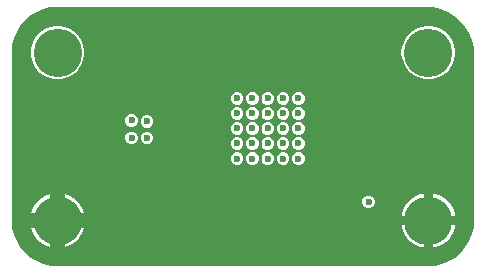
<source format=gbl>
G04*
G04 #@! TF.GenerationSoftware,Altium Limited,Altium Designer,22.3.1 (43)*
G04*
G04 Layer_Physical_Order=4*
G04 Layer_Color=16711680*
%FSLAX25Y25*%
%MOIN*%
G70*
G04*
G04 #@! TF.SameCoordinates,03762554-53E0-4DA3-B020-D50B0D98B1FC*
G04*
G04*
G04 #@! TF.FilePolarity,Positive*
G04*
G01*
G75*
%ADD28C,0.16142*%
%ADD29C,0.02362*%
G36*
X125273Y71136D02*
X127748Y70542D01*
X130099Y69569D01*
X132269Y68239D01*
X134204Y66586D01*
X135857Y64651D01*
X137187Y62481D01*
X138161Y60130D01*
X138755Y57655D01*
X138947Y55217D01*
X138927Y55118D01*
Y253D01*
X138945Y161D01*
X138760Y-2185D01*
X138190Y-4563D01*
X137254Y-6822D01*
X135976Y-8907D01*
X134388Y-10766D01*
X132529Y-12354D01*
X130444Y-13632D01*
X128185Y-14568D01*
X125807Y-15138D01*
X123461Y-15323D01*
X123369Y-15305D01*
X79D01*
X-11Y-15323D01*
X-2332Y-15140D01*
X-4683Y-14576D01*
X-6916Y-13650D01*
X-8978Y-12387D01*
X-10817Y-10817D01*
X-12387Y-8978D01*
X-13650Y-6916D01*
X-14576Y-4683D01*
X-15140Y-2332D01*
X-15323Y-11D01*
X-15305Y79D01*
Y55986D01*
X-15323Y56075D01*
X-15141Y58386D01*
X-14578Y60728D01*
X-13657Y62953D01*
X-12398Y65007D01*
X-10834Y66838D01*
X-9003Y68402D01*
X-6949Y69661D01*
X-4724Y70582D01*
X-2383Y71145D01*
X-71Y71327D01*
X18Y71309D01*
X122736D01*
X122835Y71328D01*
X125273Y71136D01*
D02*
G37*
%LPC*%
G36*
X124506Y64975D02*
X122739D01*
X121005Y64630D01*
X119373Y63954D01*
X117903Y62972D01*
X116654Y61722D01*
X115672Y60253D01*
X114996Y58621D01*
X114651Y56888D01*
Y55120D01*
X114996Y53387D01*
X115672Y51755D01*
X116654Y50285D01*
X117903Y49036D01*
X119373Y48054D01*
X121005Y47378D01*
X122739Y47033D01*
X124506D01*
X126239Y47378D01*
X127871Y48054D01*
X129341Y49036D01*
X130590Y50285D01*
X131572Y51755D01*
X132248Y53387D01*
X132593Y55120D01*
Y56888D01*
X132248Y58621D01*
X131572Y60253D01*
X130590Y61722D01*
X129341Y62972D01*
X127871Y63954D01*
X126239Y64630D01*
X124506Y64975D01*
D02*
G37*
G36*
X883D02*
X-883D01*
X-2617Y64630D01*
X-4249Y63954D01*
X-5719Y62972D01*
X-6968Y61722D01*
X-7950Y60253D01*
X-8626Y58621D01*
X-8971Y56888D01*
Y55120D01*
X-8626Y53387D01*
X-7950Y51755D01*
X-6968Y50285D01*
X-5719Y49036D01*
X-4249Y48054D01*
X-2617Y47378D01*
X-883Y47033D01*
X883D01*
X2617Y47378D01*
X4249Y48054D01*
X5719Y49036D01*
X6968Y50285D01*
X7950Y51755D01*
X8626Y53387D01*
X8971Y55120D01*
Y56888D01*
X8626Y58621D01*
X7950Y60253D01*
X6968Y61722D01*
X5719Y62972D01*
X4249Y63954D01*
X2617Y64630D01*
X883Y64975D01*
D02*
G37*
G36*
X80729Y42829D02*
X79901D01*
X79136Y42512D01*
X78551Y41927D01*
X78234Y41162D01*
Y40334D01*
X78551Y39569D01*
X79136Y38984D01*
X79901Y38667D01*
X80729D01*
X81494Y38984D01*
X82079Y39569D01*
X82396Y40334D01*
Y41162D01*
X82079Y41927D01*
X81494Y42512D01*
X80729Y42829D01*
D02*
G37*
G36*
X75611D02*
X74783D01*
X74018Y42512D01*
X73433Y41927D01*
X73116Y41162D01*
Y40334D01*
X73433Y39569D01*
X74018Y38984D01*
X74783Y38667D01*
X75611D01*
X76376Y38984D01*
X76961Y39569D01*
X77278Y40334D01*
Y41162D01*
X76961Y41927D01*
X76376Y42512D01*
X75611Y42829D01*
D02*
G37*
G36*
X70493D02*
X69665D01*
X68900Y42512D01*
X68314Y41927D01*
X67998Y41162D01*
Y40334D01*
X68314Y39569D01*
X68900Y38984D01*
X69665Y38667D01*
X70493D01*
X71258Y38984D01*
X71843Y39569D01*
X72160Y40334D01*
Y41162D01*
X71843Y41927D01*
X71258Y42512D01*
X70493Y42829D01*
D02*
G37*
G36*
X65375D02*
X64547D01*
X63782Y42512D01*
X63196Y41927D01*
X62880Y41162D01*
Y40334D01*
X63196Y39569D01*
X63782Y38984D01*
X64547Y38667D01*
X65375D01*
X66140Y38984D01*
X66725Y39569D01*
X67042Y40334D01*
Y41162D01*
X66725Y41927D01*
X66140Y42512D01*
X65375Y42829D01*
D02*
G37*
G36*
X60256D02*
X59429D01*
X58664Y42512D01*
X58078Y41927D01*
X57761Y41162D01*
Y40334D01*
X58078Y39569D01*
X58664Y38984D01*
X59429Y38667D01*
X60256D01*
X61021Y38984D01*
X61607Y39569D01*
X61924Y40334D01*
Y41162D01*
X61607Y41927D01*
X61021Y42512D01*
X60256Y42829D01*
D02*
G37*
G36*
X80729Y37809D02*
X79901D01*
X79136Y37493D01*
X78551Y36907D01*
X78234Y36142D01*
Y35314D01*
X78551Y34549D01*
X79136Y33964D01*
X79901Y33647D01*
X80729D01*
X81494Y33964D01*
X82079Y34549D01*
X82396Y35314D01*
Y36142D01*
X82079Y36907D01*
X81494Y37493D01*
X80729Y37809D01*
D02*
G37*
G36*
X75611D02*
X74783D01*
X74018Y37493D01*
X73433Y36907D01*
X73116Y36142D01*
Y35314D01*
X73433Y34549D01*
X74018Y33964D01*
X74783Y33647D01*
X75611D01*
X76376Y33964D01*
X76961Y34549D01*
X77278Y35314D01*
Y36142D01*
X76961Y36907D01*
X76376Y37493D01*
X75611Y37809D01*
D02*
G37*
G36*
X70493D02*
X69665D01*
X68900Y37493D01*
X68314Y36907D01*
X67998Y36142D01*
Y35314D01*
X68314Y34549D01*
X68900Y33964D01*
X69665Y33647D01*
X70493D01*
X71258Y33964D01*
X71843Y34549D01*
X72160Y35314D01*
Y36142D01*
X71843Y36907D01*
X71258Y37493D01*
X70493Y37809D01*
D02*
G37*
G36*
X65375D02*
X64547D01*
X63782Y37493D01*
X63196Y36907D01*
X62880Y36142D01*
Y35314D01*
X63196Y34549D01*
X63782Y33964D01*
X64547Y33647D01*
X65375D01*
X66140Y33964D01*
X66725Y34549D01*
X67042Y35314D01*
Y36142D01*
X66725Y36907D01*
X66140Y37493D01*
X65375Y37809D01*
D02*
G37*
G36*
X60256D02*
X59429D01*
X58664Y37493D01*
X58078Y36907D01*
X57761Y36142D01*
Y35314D01*
X58078Y34549D01*
X58664Y33964D01*
X59429Y33647D01*
X60256D01*
X61021Y33964D01*
X61607Y34549D01*
X61924Y35314D01*
Y36142D01*
X61607Y36907D01*
X61021Y37493D01*
X60256Y37809D01*
D02*
G37*
G36*
X25119Y35447D02*
X24291D01*
X23526Y35130D01*
X22941Y34545D01*
X22624Y33780D01*
Y32952D01*
X22941Y32187D01*
X23526Y31602D01*
X24291Y31285D01*
X25119D01*
X25884Y31602D01*
X26469Y32187D01*
X26786Y32952D01*
Y33780D01*
X26469Y34545D01*
X25884Y35130D01*
X25119Y35447D01*
D02*
G37*
G36*
X30237Y35152D02*
X29409D01*
X28644Y34835D01*
X28059Y34250D01*
X27742Y33485D01*
Y32657D01*
X28059Y31892D01*
X28644Y31307D01*
X29409Y30990D01*
X30237D01*
X31002Y31307D01*
X31587Y31892D01*
X31904Y32657D01*
Y33485D01*
X31587Y34250D01*
X31002Y34835D01*
X30237Y35152D01*
D02*
G37*
G36*
X80729Y32790D02*
X79901D01*
X79136Y32473D01*
X78551Y31888D01*
X78234Y31123D01*
Y30295D01*
X78551Y29530D01*
X79136Y28944D01*
X79901Y28628D01*
X80729D01*
X81494Y28944D01*
X82079Y29530D01*
X82396Y30295D01*
Y31123D01*
X82079Y31888D01*
X81494Y32473D01*
X80729Y32790D01*
D02*
G37*
G36*
X75611D02*
X74783D01*
X74018Y32473D01*
X73433Y31888D01*
X73116Y31123D01*
Y30295D01*
X73433Y29530D01*
X74018Y28944D01*
X74783Y28628D01*
X75611D01*
X76376Y28944D01*
X76961Y29530D01*
X77278Y30295D01*
Y31123D01*
X76961Y31888D01*
X76376Y32473D01*
X75611Y32790D01*
D02*
G37*
G36*
X70493D02*
X69665D01*
X68900Y32473D01*
X68314Y31888D01*
X67998Y31123D01*
Y30295D01*
X68314Y29530D01*
X68900Y28944D01*
X69665Y28628D01*
X70493D01*
X71258Y28944D01*
X71843Y29530D01*
X72160Y30295D01*
Y31123D01*
X71843Y31888D01*
X71258Y32473D01*
X70493Y32790D01*
D02*
G37*
G36*
X65375D02*
X64547D01*
X63782Y32473D01*
X63196Y31888D01*
X62880Y31123D01*
Y30295D01*
X63196Y29530D01*
X63782Y28944D01*
X64547Y28628D01*
X65375D01*
X66140Y28944D01*
X66725Y29530D01*
X67042Y30295D01*
Y31123D01*
X66725Y31888D01*
X66140Y32473D01*
X65375Y32790D01*
D02*
G37*
G36*
X60256D02*
X59429D01*
X58664Y32473D01*
X58078Y31888D01*
X57761Y31123D01*
Y30295D01*
X58078Y29530D01*
X58664Y28944D01*
X59429Y28628D01*
X60256D01*
X61021Y28944D01*
X61607Y29530D01*
X61924Y30295D01*
Y31123D01*
X61607Y31888D01*
X61021Y32473D01*
X60256Y32790D01*
D02*
G37*
G36*
X30237Y29640D02*
X29409D01*
X28644Y29323D01*
X28059Y28738D01*
X27742Y27973D01*
Y27145D01*
X28059Y26380D01*
X28644Y25795D01*
X29409Y25478D01*
X30237D01*
X31002Y25795D01*
X31587Y26380D01*
X31904Y27145D01*
Y27973D01*
X31587Y28738D01*
X31002Y29323D01*
X30237Y29640D01*
D02*
G37*
G36*
X25119D02*
X24291D01*
X23526Y29323D01*
X22941Y28738D01*
X22624Y27973D01*
Y27145D01*
X22941Y26380D01*
X23526Y25795D01*
X24291Y25478D01*
X25119D01*
X25884Y25795D01*
X26469Y26380D01*
X26786Y27145D01*
Y27973D01*
X26469Y28738D01*
X25884Y29323D01*
X25119Y29640D01*
D02*
G37*
G36*
X80729Y27770D02*
X79901D01*
X79136Y27453D01*
X78551Y26868D01*
X78234Y26103D01*
Y25275D01*
X78551Y24510D01*
X79136Y23925D01*
X79901Y23608D01*
X80729D01*
X81494Y23925D01*
X82079Y24510D01*
X82396Y25275D01*
Y26103D01*
X82079Y26868D01*
X81494Y27453D01*
X80729Y27770D01*
D02*
G37*
G36*
X75611D02*
X74783D01*
X74018Y27453D01*
X73433Y26868D01*
X73116Y26103D01*
Y25275D01*
X73433Y24510D01*
X74018Y23925D01*
X74783Y23608D01*
X75611D01*
X76376Y23925D01*
X76961Y24510D01*
X77278Y25275D01*
Y26103D01*
X76961Y26868D01*
X76376Y27453D01*
X75611Y27770D01*
D02*
G37*
G36*
X70493D02*
X69665D01*
X68900Y27453D01*
X68314Y26868D01*
X67998Y26103D01*
Y25275D01*
X68314Y24510D01*
X68900Y23925D01*
X69665Y23608D01*
X70493D01*
X71258Y23925D01*
X71843Y24510D01*
X72160Y25275D01*
Y26103D01*
X71843Y26868D01*
X71258Y27453D01*
X70493Y27770D01*
D02*
G37*
G36*
X65375D02*
X64547D01*
X63782Y27453D01*
X63196Y26868D01*
X62880Y26103D01*
Y25275D01*
X63196Y24510D01*
X63782Y23925D01*
X64547Y23608D01*
X65375D01*
X66140Y23925D01*
X66725Y24510D01*
X67042Y25275D01*
Y26103D01*
X66725Y26868D01*
X66140Y27453D01*
X65375Y27770D01*
D02*
G37*
G36*
X60256D02*
X59429D01*
X58664Y27453D01*
X58078Y26868D01*
X57761Y26103D01*
Y25275D01*
X58078Y24510D01*
X58664Y23925D01*
X59429Y23608D01*
X60256D01*
X61021Y23925D01*
X61607Y24510D01*
X61924Y25275D01*
Y26103D01*
X61607Y26868D01*
X61021Y27453D01*
X60256Y27770D01*
D02*
G37*
G36*
X80729Y22750D02*
X79901D01*
X79136Y22434D01*
X78551Y21848D01*
X78234Y21083D01*
Y20255D01*
X78551Y19490D01*
X79136Y18905D01*
X79901Y18588D01*
X80729D01*
X81494Y18905D01*
X82079Y19490D01*
X82396Y20255D01*
Y21083D01*
X82079Y21848D01*
X81494Y22434D01*
X80729Y22750D01*
D02*
G37*
G36*
X75611D02*
X74783D01*
X74018Y22434D01*
X73433Y21848D01*
X73116Y21083D01*
Y20255D01*
X73433Y19490D01*
X74018Y18905D01*
X74783Y18588D01*
X75611D01*
X76376Y18905D01*
X76961Y19490D01*
X77278Y20255D01*
Y21083D01*
X76961Y21848D01*
X76376Y22434D01*
X75611Y22750D01*
D02*
G37*
G36*
X70493D02*
X69665D01*
X68900Y22434D01*
X68314Y21848D01*
X67998Y21083D01*
Y20255D01*
X68314Y19490D01*
X68900Y18905D01*
X69665Y18588D01*
X70493D01*
X71258Y18905D01*
X71843Y19490D01*
X72160Y20255D01*
Y21083D01*
X71843Y21848D01*
X71258Y22434D01*
X70493Y22750D01*
D02*
G37*
G36*
X65375D02*
X64547D01*
X63782Y22434D01*
X63196Y21848D01*
X62880Y21083D01*
Y20255D01*
X63196Y19490D01*
X63782Y18905D01*
X64547Y18588D01*
X65375D01*
X66140Y18905D01*
X66725Y19490D01*
X67042Y20255D01*
Y21083D01*
X66725Y21848D01*
X66140Y22434D01*
X65375Y22750D01*
D02*
G37*
G36*
X60256D02*
X59429D01*
X58664Y22434D01*
X58078Y21848D01*
X57761Y21083D01*
Y20255D01*
X58078Y19490D01*
X58664Y18905D01*
X59429Y18588D01*
X60256D01*
X61021Y18905D01*
X61607Y19490D01*
X61924Y20255D01*
Y21083D01*
X61607Y21848D01*
X61021Y22434D01*
X60256Y22750D01*
D02*
G37*
G36*
X104095Y8321D02*
X103267D01*
X102502Y8004D01*
X101917Y7419D01*
X101600Y6654D01*
Y5826D01*
X101917Y5061D01*
X102502Y4476D01*
X103267Y4159D01*
X104095D01*
X104860Y4476D01*
X105445Y5061D01*
X105762Y5826D01*
Y6654D01*
X105445Y7419D01*
X104860Y8004D01*
X104095Y8321D01*
D02*
G37*
G36*
X2500Y8751D02*
Y2500D01*
X8751D01*
X8722Y2646D01*
X8038Y4297D01*
X7046Y5782D01*
X5782Y7046D01*
X4297Y8038D01*
X2646Y8722D01*
X2500Y8751D01*
D02*
G37*
G36*
X-2500D02*
X-2646Y8722D01*
X-4297Y8038D01*
X-5782Y7046D01*
X-7046Y5782D01*
X-8038Y4297D01*
X-8722Y2646D01*
X-8751Y2500D01*
X-2500D01*
Y8751D01*
D02*
G37*
G36*
X125122Y8950D02*
Y1500D01*
X132572D01*
X132344Y2646D01*
X131660Y4297D01*
X130668Y5782D01*
X129404Y7046D01*
X127919Y8038D01*
X126268Y8722D01*
X125122Y8950D01*
D02*
G37*
G36*
X122122D02*
X120976Y8722D01*
X119325Y8038D01*
X117840Y7046D01*
X116576Y5782D01*
X115584Y4297D01*
X114900Y2646D01*
X114672Y1500D01*
X122122D01*
Y8950D01*
D02*
G37*
G36*
X8751Y-2500D02*
X2500D01*
Y-8751D01*
X2646Y-8722D01*
X4297Y-8038D01*
X5782Y-7046D01*
X7046Y-5782D01*
X8038Y-4297D01*
X8722Y-2646D01*
X8751Y-2500D01*
D02*
G37*
G36*
X-2500D02*
X-8751D01*
X-8722Y-2646D01*
X-8038Y-4297D01*
X-7046Y-5782D01*
X-5782Y-7046D01*
X-4297Y-8038D01*
X-2646Y-8722D01*
X-2500Y-8751D01*
Y-2500D01*
D02*
G37*
G36*
X132572Y-1500D02*
X125122D01*
Y-8950D01*
X126268Y-8722D01*
X127919Y-8038D01*
X129404Y-7046D01*
X130668Y-5782D01*
X131660Y-4297D01*
X132344Y-2646D01*
X132572Y-1500D01*
D02*
G37*
G36*
X122122D02*
X114672D01*
X114900Y-2646D01*
X115584Y-4297D01*
X116576Y-5782D01*
X117840Y-7046D01*
X119325Y-8038D01*
X120976Y-8722D01*
X122122Y-8950D01*
Y-1500D01*
D02*
G37*
%LPD*%
D28*
X123622Y56004D02*
D03*
X0D02*
D03*
X123622Y0D02*
D03*
X0D02*
D03*
D29*
X80315Y40748D02*
D03*
Y20669D02*
D03*
X59842D02*
D03*
Y40748D02*
D03*
X75197D02*
D03*
X70079D02*
D03*
X64961D02*
D03*
X75197Y20669D02*
D03*
X70079D02*
D03*
X64961D02*
D03*
X64961Y30709D02*
D03*
X64961Y25689D02*
D03*
X70079Y30709D02*
D03*
X70079Y25689D02*
D03*
X75197Y30709D02*
D03*
X75197Y25689D02*
D03*
X80315D02*
D03*
X-9547Y30315D02*
D03*
X-10728Y47638D02*
D03*
X-10335Y9449D02*
D03*
X2264Y14567D02*
D03*
X91634Y13780D02*
D03*
X100689Y64173D02*
D03*
X41240Y59449D02*
D03*
X38484Y67323D02*
D03*
X59350Y66535D02*
D03*
X70768Y66929D02*
D03*
X88090Y64173D02*
D03*
X107382Y57480D02*
D03*
X104232Y31496D02*
D03*
X113681Y28740D02*
D03*
X132579Y30709D02*
D03*
X132972Y43307D02*
D03*
X134547Y9055D02*
D03*
X96752Y-11024D02*
D03*
X110138Y-7480D02*
D03*
X117618Y-11811D02*
D03*
X106890Y-11417D02*
D03*
X86122Y-11024D02*
D03*
X46358Y-11811D02*
D03*
X62894Y-5118D02*
D03*
X74705Y-9843D02*
D03*
X58169D02*
D03*
X49902Y394D02*
D03*
X40846Y-7874D02*
D03*
X23917Y-4724D02*
D03*
X31890Y-11417D02*
D03*
X13287Y-9449D02*
D03*
X16043Y19685D02*
D03*
X20374Y11417D02*
D03*
X17224Y394D02*
D03*
X-492Y26772D02*
D03*
X-8760Y20866D02*
D03*
X-8366Y39370D02*
D03*
X25098Y62992D02*
D03*
X14075Y64567D02*
D03*
X16043Y54724D02*
D03*
X18012Y46063D02*
D03*
X9350Y41732D02*
D03*
X16043Y37402D02*
D03*
X46752Y64173D02*
D03*
X35335Y50000D02*
D03*
X31791Y62598D02*
D03*
X26673Y51181D02*
D03*
X34154Y41339D02*
D03*
X42815Y40157D02*
D03*
X45965Y51968D02*
D03*
X55413Y60630D02*
D03*
X67224Y61024D02*
D03*
X79823Y59842D02*
D03*
X93996Y52756D02*
D03*
X105020Y46850D02*
D03*
X97539Y24016D02*
D03*
X114469Y38189D02*
D03*
X109744Y20472D02*
D03*
X101476Y14173D02*
D03*
X96358Y38189D02*
D03*
X105413Y394D02*
D03*
X101476Y-4724D02*
D03*
X95965D02*
D03*
X90059Y-4331D02*
D03*
X78642Y-3543D02*
D03*
X74311Y-2756D02*
D03*
X84547Y-3543D02*
D03*
X68405Y787D02*
D03*
Y7874D02*
D03*
X53445Y10236D02*
D03*
X46752Y18504D02*
D03*
X37303Y19291D02*
D03*
X30610Y20472D02*
D03*
X124906Y15197D02*
D03*
X29823Y33071D02*
D03*
Y27559D02*
D03*
X103681Y6240D02*
D03*
X24705Y27559D02*
D03*
Y33366D02*
D03*
X75197Y35728D02*
D03*
X70079D02*
D03*
X64961D02*
D03*
X59842D02*
D03*
Y30709D02*
D03*
Y25689D02*
D03*
X80315Y30709D02*
D03*
Y35728D02*
D03*
M02*

</source>
